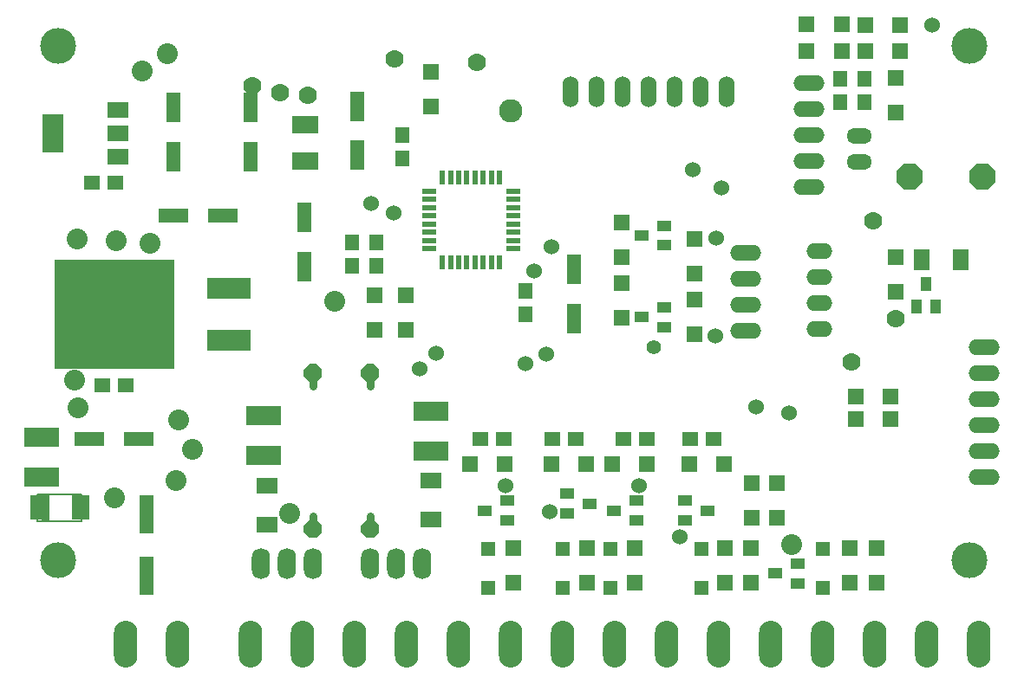
<source format=gbr>
G04 DesignSpark PCB Gerber Version 11.0 Build 5877*
G04 #@! TF.Part,Single*
G04 #@! TF.FileFunction,Legend,Top*
G04 #@! TF.FilePolarity,Positive*
%FSLAX35Y35*%
%MOIN*%
G04 #@! TA.AperFunction,ComponentPad*
%AMT97*0 Octagon Pad at angle 0*4,1,8,-0.01450,-0.03500,0.01450,-0.03500,0.03500,-0.01450,0.03500,0.01450,0.01450,0.03500,-0.01450,0.03500,-0.03500,0.01450,-0.03500,-0.01450,-0.01450,-0.03500,0*%
%ADD97T97*%
%AMT93*0 Octagon Pad at angle 0*4,1,8,-0.02071,-0.05000,0.02071,-0.05000,0.05000,-0.02071,0.05000,0.02071,0.02071,0.05000,-0.02071,0.05000,-0.05000,0.02071,-0.05000,-0.02071,-0.02071,-0.05000,0*%
%ADD93T93*%
%ADD100O,0.06000X0.12000*%
%ADD99O,0.07000X0.12000*%
%ADD77O,0.09000X0.18000*%
G04 #@! TA.AperFunction,SMDPad,CuDef*
%ADD86R,0.02000X0.05800*%
%ADD95R,0.03937X0.05512*%
%ADD82R,0.05500X0.06000*%
%ADD81R,0.05512X0.11811*%
%ADD76R,0.05512X0.14961*%
%ADD94R,0.06300X0.08000*%
%ADD78R,0.07087X0.09449*%
%ADD91R,0.05512X0.05512*%
%ADD92R,0.05906X0.05906*%
%ADD87R,0.06300X0.06300*%
G04 #@! TD.AperFunction*
%ADD12C,0.00100*%
%ADD10C,0.00500*%
%ADD14C,0.00800*%
%ADD73C,0.01800*%
%ADD70C,0.03000*%
G04 #@! TA.AperFunction,ViaPad*
%ADD27C,0.05600*%
G04 #@! TD.AperFunction*
%ADD22C,0.06000*%
%ADD71C,0.07000*%
%ADD26C,0.08000*%
%ADD20C,0.09000*%
G04 #@! TA.AperFunction,ComponentPad*
%ADD88O,0.09700X0.06000*%
%ADD101O,0.10000X0.06000*%
%ADD83O,0.12000X0.06000*%
G04 #@! TA.AperFunction,SMDPad,CuDef*
%ADD85R,0.05800X0.02000*%
%ADD90R,0.05512X0.03937*%
%ADD74R,0.06000X0.05500*%
%ADD75R,0.11811X0.05512*%
%ADD79R,0.07874X0.05906*%
%ADD96R,0.08000X0.06300*%
%ADD84R,0.10200X0.07000*%
%ADD98R,0.13386X0.07480*%
%ADD102R,0.17000X0.08000*%
%ADD80R,0.07874X0.14961*%
G04 #@! TA.AperFunction,ComponentPad*
%ADD89C,0.13792*%
G04 #@! TA.AperFunction,SMDPad,CuDef*
%ADD103R,0.46000X0.42000*%
G04 #@! TD.AperFunction*
X0Y0D02*
D02*
D10*
X61650Y145100D02*
X29650D01*
Y183100D01*
X61650D01*
Y145100D01*
X76650Y155100D02*
X81650D01*
Y153100D01*
X76650D01*
Y155100D01*
Y175100D02*
Y173100D01*
X81650D01*
Y175100D01*
X76650D01*
D02*
D12*
X7428Y85469D02*
X9987D01*
Y94131D01*
X7428D01*
Y85469D01*
G36*
X7428Y85469D02*
X9987D01*
Y94131D01*
X7428D01*
Y85469D01*
G37*
X11660Y84977D02*
X14318D01*
Y94623D01*
X11660D01*
Y84977D01*
G36*
X11660Y84977D02*
X14318D01*
Y94623D01*
X11660D01*
Y84977D01*
G37*
X29672Y94131D02*
X27113D01*
Y85469D01*
X29672D01*
Y94131D01*
G36*
X29672Y94131D02*
X27113D01*
Y85469D01*
X29672D01*
Y94131D01*
G37*
D02*
D14*
X10085Y84682D02*
Y94918D01*
X27015D01*
Y84682D01*
X10085D01*
D02*
D70*
X116050Y81500D02*
Y86500D01*
Y136500D02*
Y141500D01*
X137850Y81500D02*
Y86500D01*
Y136500D02*
Y141500D01*
D02*
D71*
X92650Y252200D03*
X103350Y249600D03*
X114150Y248500D03*
X147350Y262500D03*
X178950Y261300D03*
X322950Y146000D03*
X331450Y200100D03*
X339950Y162600D03*
D02*
D20*
X192050Y242700D03*
D02*
D22*
X138350Y206800D03*
X147150Y203200D03*
X157050Y143200D03*
X163250Y149200D03*
X190050Y98300D03*
X197750Y145200D03*
X201050Y180800D03*
X205550Y149000D03*
X207050Y88100D03*
X207650Y190300D03*
X241250Y98200D03*
X257150Y78700D03*
X261850Y219800D03*
X270750Y155900D03*
X271150Y193700D03*
X272950Y213000D03*
X286450Y128600D03*
X299050Y126200D03*
X353850Y275600D03*
D02*
D26*
X24450Y138800D03*
X25350Y193100D03*
X25650Y128100D03*
X39750Y93600D03*
X40250Y192600D03*
X50250Y257900D03*
X53350Y191600D03*
X60050Y264700D03*
X63450Y100100D03*
X64350Y123500D03*
X69650Y112100D03*
X106850Y87700D03*
X124250Y169100D03*
X300150Y75600D03*
D02*
D27*
X246950Y151600D03*
D02*
D73*
X21150Y69500D02*
G75*
G03*
X15150I-3000J0D01*
G01*
G75*
G03*
X21150I3000J0D01*
G01*
Y267500D02*
G75*
G03*
X15150I-3000J0D01*
G01*
G75*
G03*
X21150I3000J0D01*
G01*
X371450Y69500D02*
G75*
G03*
X365450I-3000J0D01*
G01*
G75*
G03*
X371450I3000J0D01*
G01*
Y267500D02*
G75*
G03*
X365450I-3000J0D01*
G01*
G75*
G03*
X371450I3000J0D01*
G01*
D02*
D74*
X30850Y214800D03*
X35050Y136800D03*
X39850Y214800D03*
X44050Y136800D03*
X180450Y116200D03*
X189450D03*
X208050D03*
X217050D03*
X235250D03*
X244250D03*
X261050D03*
X270050D03*
D02*
D75*
X30001Y116300D03*
X48899D03*
X62401Y202300D03*
X81299D03*
D02*
D76*
X51850Y63489D03*
Y87111D03*
D02*
D77*
X44050Y37200D03*
X64050D03*
X91850D03*
X111850D03*
X131850D03*
X151850D03*
X171850D03*
X191850D03*
X211850D03*
X231850D03*
X251850D03*
X271850D03*
X291850D03*
X311850D03*
X331850D03*
X351850D03*
X371850D03*
D02*
D78*
X10578Y89800D03*
X26522D03*
D02*
D79*
X40952Y224945D03*
Y234000D03*
Y243055D03*
D02*
D80*
X16148Y234000D03*
D02*
D81*
X62250Y224951D03*
Y243849D03*
X91950Y224951D03*
Y243849D03*
X112650Y182751D03*
Y201649D03*
X132950Y225451D03*
Y244349D03*
X216250Y162651D03*
Y181549D03*
D02*
D82*
X130950Y182900D03*
Y191900D03*
X140250Y182900D03*
Y191900D03*
X150350Y224300D03*
Y233300D03*
X197750Y164200D03*
Y173200D03*
X318650Y246000D03*
Y255000D03*
X327850Y246000D03*
Y255000D03*
D02*
D83*
X282450Y157800D03*
Y167800D03*
Y177800D03*
Y187800D03*
X306550Y213200D03*
Y223200D03*
Y233200D03*
Y243200D03*
Y253200D03*
X374150Y101600D03*
Y111600D03*
Y121600D03*
Y131600D03*
Y141600D03*
Y151600D03*
D02*
D84*
X113050Y223100D03*
Y237300D03*
D02*
D85*
X160533Y189576D03*
Y192726D03*
Y195876D03*
Y199025D03*
Y202175D03*
Y205324D03*
Y208474D03*
Y211624D03*
X192967Y189576D03*
Y192726D03*
Y195876D03*
Y199025D03*
Y202175D03*
Y205324D03*
Y208474D03*
Y211624D03*
D02*
D86*
X165726Y184383D03*
Y216817D03*
X168876Y184383D03*
Y216817D03*
X172026Y184383D03*
Y216817D03*
X175175Y184383D03*
Y216817D03*
X178325Y184383D03*
Y216817D03*
X181474Y184383D03*
Y216817D03*
X184624Y184383D03*
Y216817D03*
X187774Y184383D03*
Y216817D03*
D02*
D87*
X139750Y158200D03*
Y171600D03*
X151750Y158200D03*
Y171600D03*
X161450Y244200D03*
Y257600D03*
X176350Y106500D03*
X189750D03*
X192850Y60800D03*
Y74200D03*
X207650Y106500D03*
X221050D03*
X221350Y60800D03*
Y74200D03*
X230950Y106500D03*
X234650Y163000D03*
Y176400D03*
Y186200D03*
Y199600D03*
X239750Y60800D03*
Y74200D03*
X244350Y106500D03*
X260550D03*
X262650Y156500D03*
Y169900D03*
Y180000D03*
Y193400D03*
X273950Y106500D03*
X274250Y60800D03*
Y74200D03*
X284450Y60800D03*
Y74200D03*
X284550Y86000D03*
Y99400D03*
X294450Y86000D03*
Y99400D03*
X322250Y60800D03*
Y74200D03*
X324550Y123800D03*
X324650Y132700D03*
X328250Y265700D03*
Y275500D03*
X332750Y60800D03*
Y74200D03*
X337950Y123800D03*
X338050Y132700D03*
X339950Y172800D03*
Y186200D03*
X340150Y241800D03*
Y255200D03*
X341650Y265700D03*
Y275500D03*
D02*
D88*
X325850Y222800D03*
Y232800D03*
D02*
D89*
X18150Y69500D03*
Y267500D03*
X368450Y69500D03*
Y267500D03*
D02*
D90*
X182119Y88700D03*
X190781Y84960D03*
Y92440D03*
X213719Y87660D03*
Y95140D03*
X222381Y91400D03*
X231519Y88700D03*
X240181Y84960D03*
Y92440D03*
X242419Y163100D03*
Y194600D03*
X251081Y159360D03*
Y166840D03*
Y190860D03*
Y198340D03*
X259119Y84960D03*
Y92440D03*
X267781Y88700D03*
X293719Y64500D03*
X302381Y60760D03*
Y68240D03*
D02*
D91*
X183450Y59020D03*
Y73980D03*
X211950Y59020D03*
Y73980D03*
X230250Y59020D03*
Y73980D03*
X265350Y59020D03*
Y73980D03*
X311850Y59020D03*
Y73980D03*
D02*
D92*
X305560Y265700D03*
Y276000D03*
X319340Y265700D03*
Y276000D03*
D02*
D93*
X345250Y217200D03*
X373250D03*
D02*
D94*
X350150Y185400D03*
X365150D03*
D02*
D95*
X348010Y167169D03*
X351750Y175831D03*
X355490Y167169D03*
D02*
D96*
X98250Y83100D03*
Y98100D03*
X161450Y85400D03*
Y100400D03*
D02*
D97*
X116050Y81500D03*
Y141500D03*
X137850Y81500D03*
Y141500D03*
D02*
D98*
X11750Y101723D03*
Y117077D03*
X96950Y109823D03*
Y125177D03*
X161350Y111523D03*
Y126877D03*
D02*
D99*
X95850Y68100D03*
X105850D03*
X115850D03*
X137950D03*
X147950D03*
X157950D03*
D02*
D100*
X214950Y249800D03*
X224950D03*
X234950D03*
X244950D03*
X254950D03*
X264950D03*
X274950D03*
D02*
D101*
X310750Y158700D03*
Y168700D03*
Y178700D03*
Y188700D03*
D02*
D102*
X83650Y154100D03*
Y174100D03*
D02*
D103*
X39650Y164100D03*
X0Y0D02*
M02*

</source>
